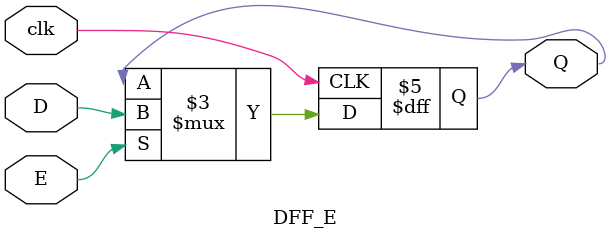
<source format=v>
module DFF_E(D,E,clk,Q);
input D,E,clk;
output reg Q;

always @(posedge clk ) begin
	if (E) begin
	Q=D;
	end
end
endmodule
</source>
